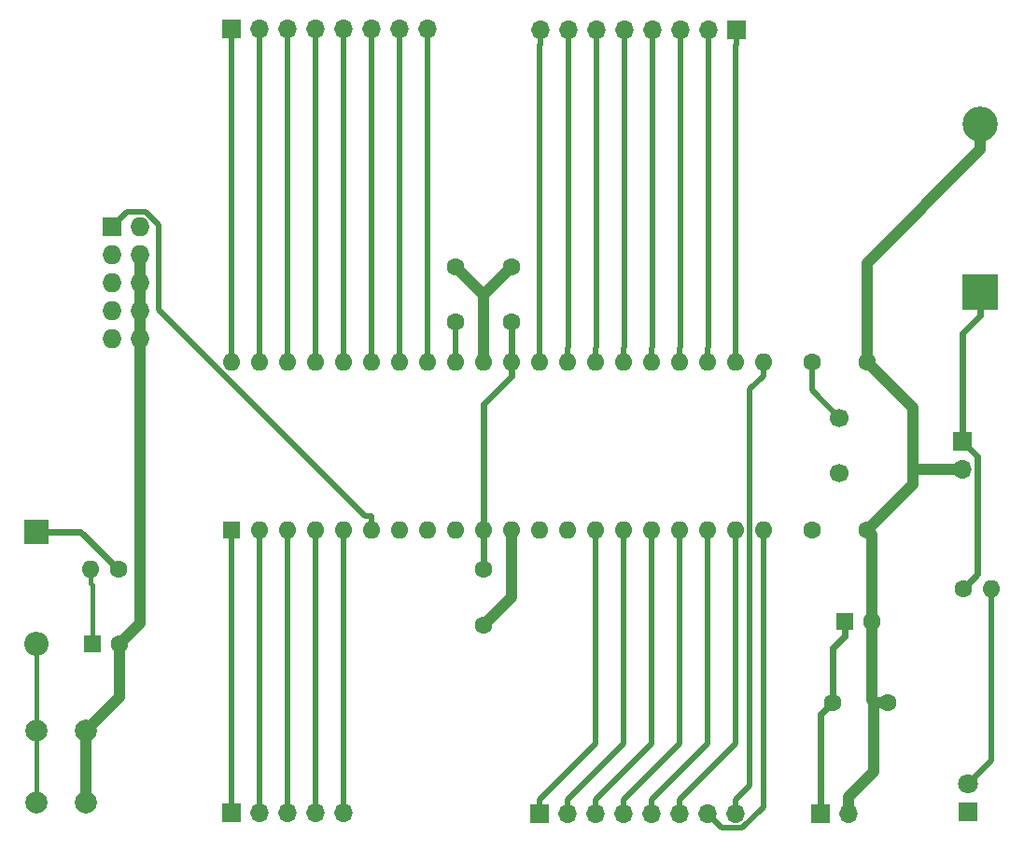
<source format=gbr>
%TF.GenerationSoftware,KiCad,Pcbnew,5.1.6-c6e7f7d~86~ubuntu18.04.1*%
%TF.CreationDate,2020-05-25T18:46:22+02:00*%
%TF.ProjectId,avr_dev_board_atmega16,6176725f-6465-4765-9f62-6f6172645f61,1_0*%
%TF.SameCoordinates,PX2652348PY7832370*%
%TF.FileFunction,Copper,L2,Bot*%
%TF.FilePolarity,Positive*%
%FSLAX46Y46*%
G04 Gerber Fmt 4.6, Leading zero omitted, Abs format (unit mm)*
G04 Created by KiCad (PCBNEW 5.1.6-c6e7f7d~86~ubuntu18.04.1) date 2020-05-25 18:46:22*
%MOMM*%
%LPD*%
G01*
G04 APERTURE LIST*
%TA.AperFunction,ComponentPad*%
%ADD10C,1.700000*%
%TD*%
%TA.AperFunction,ComponentPad*%
%ADD11C,1.600000*%
%TD*%
%TA.AperFunction,ComponentPad*%
%ADD12O,1.727200X1.727200*%
%TD*%
%TA.AperFunction,ComponentPad*%
%ADD13R,1.727200X1.727200*%
%TD*%
%TA.AperFunction,ComponentPad*%
%ADD14O,1.700000X1.700000*%
%TD*%
%TA.AperFunction,ComponentPad*%
%ADD15R,1.700000X1.700000*%
%TD*%
%TA.AperFunction,ComponentPad*%
%ADD16C,2.000000*%
%TD*%
%TA.AperFunction,ComponentPad*%
%ADD17R,1.600000X1.600000*%
%TD*%
%TA.AperFunction,ComponentPad*%
%ADD18O,2.200000X2.200000*%
%TD*%
%TA.AperFunction,ComponentPad*%
%ADD19R,2.200000X2.200000*%
%TD*%
%TA.AperFunction,ComponentPad*%
%ADD20O,3.200000X3.200000*%
%TD*%
%TA.AperFunction,ComponentPad*%
%ADD21R,3.200000X3.200000*%
%TD*%
%TA.AperFunction,ComponentPad*%
%ADD22C,1.800000*%
%TD*%
%TA.AperFunction,ComponentPad*%
%ADD23R,1.800000X1.800000*%
%TD*%
%TA.AperFunction,ComponentPad*%
%ADD24O,1.600000X1.600000*%
%TD*%
%TA.AperFunction,Conductor*%
%ADD25C,0.400000*%
%TD*%
%TA.AperFunction,Conductor*%
%ADD26C,1.000000*%
%TD*%
%TA.AperFunction,Conductor*%
%ADD27C,0.500000*%
%TD*%
%TA.AperFunction,Conductor*%
%ADD28C,0.600000*%
%TD*%
G04 APERTURE END LIST*
D10*
%TO.P,Y1,2*%
%TO.N,Net-(C8-Pad1)*%
X78433400Y39870200D03*
%TO.P,Y1,1*%
%TO.N,Net-(C7-Pad1)*%
X78433400Y34870200D03*
%TD*%
D11*
%TO.P,C8,2*%
%TO.N,GND*%
X80933400Y44940200D03*
%TO.P,C8,1*%
%TO.N,Net-(C8-Pad1)*%
X75933400Y44940200D03*
%TD*%
%TO.P,C7,2*%
%TO.N,GND*%
X80933400Y29700200D03*
%TO.P,C7,1*%
%TO.N,Net-(C7-Pad1)*%
X75933400Y29700200D03*
%TD*%
D12*
%TO.P,J1,10*%
%TO.N,GND*%
X15011600Y47040800D03*
%TO.P,J1,9*%
%TO.N,/MISO*%
X12471600Y47040800D03*
%TO.P,J1,8*%
%TO.N,GND*%
X15011600Y49580800D03*
%TO.P,J1,7*%
%TO.N,/SCK*%
X12471600Y49580800D03*
%TO.P,J1,6*%
%TO.N,GND*%
X15011600Y52120800D03*
%TO.P,J1,5*%
%TO.N,/RESET*%
X12471600Y52120800D03*
%TO.P,J1,4*%
%TO.N,GND*%
X15011600Y54660800D03*
%TO.P,J1,3*%
%TO.N,Net-(J1-Pad3)*%
X12471600Y54660800D03*
%TO.P,J1,2*%
%TO.N,+5V*%
X15011600Y57200800D03*
D13*
%TO.P,J1,1*%
%TO.N,/MOSI*%
X12471600Y57200800D03*
%TD*%
D14*
%TO.P,J6,2*%
%TO.N,GND*%
X79286400Y3959800D03*
D15*
%TO.P,J6,1*%
%TO.N,+5V*%
X76746400Y3959800D03*
%TD*%
D14*
%TO.P,J2,2*%
%TO.N,GND*%
X89612400Y35229800D03*
D15*
%TO.P,J2,1*%
%TO.N,+5V*%
X89612400Y37769800D03*
%TD*%
D14*
%TO.P,J7,8*%
%TO.N,/PD7*%
X69026300Y3959800D03*
%TO.P,J7,7*%
%TO.N,/PD6*%
X66486300Y3959800D03*
%TO.P,J7,6*%
%TO.N,/PD5*%
X63946300Y3959800D03*
%TO.P,J7,5*%
%TO.N,/PD4*%
X61406300Y3959800D03*
%TO.P,J7,4*%
%TO.N,/PD3*%
X58866300Y3959800D03*
%TO.P,J7,3*%
%TO.N,/PD2*%
X56326300Y3959800D03*
%TO.P,J7,2*%
%TO.N,/PD1*%
X53786300Y3959800D03*
D15*
%TO.P,J7,1*%
%TO.N,/PD0*%
X51246300Y3959800D03*
%TD*%
D14*
%TO.P,J4,8*%
%TO.N,/PC7*%
X51346400Y75079400D03*
%TO.P,J4,7*%
%TO.N,/PC6*%
X53886400Y75079400D03*
%TO.P,J4,6*%
%TO.N,/PC5*%
X56426400Y75079400D03*
%TO.P,J4,5*%
%TO.N,/PC4*%
X58966400Y75079400D03*
%TO.P,J4,4*%
%TO.N,/PC3*%
X61506400Y75079400D03*
%TO.P,J4,3*%
%TO.N,/PC2*%
X64046400Y75079400D03*
%TO.P,J4,2*%
%TO.N,/PC1*%
X66586400Y75079400D03*
D15*
%TO.P,J4,1*%
%TO.N,/PC0*%
X69126400Y75079400D03*
%TD*%
D14*
%TO.P,J3,8*%
%TO.N,/PA7*%
X41072000Y75129400D03*
%TO.P,J3,7*%
%TO.N,/PA6*%
X38532000Y75129400D03*
%TO.P,J3,6*%
%TO.N,/PA5*%
X35992000Y75129400D03*
%TO.P,J3,5*%
%TO.N,/PA4*%
X33452000Y75129400D03*
%TO.P,J3,4*%
%TO.N,/PA3*%
X30912000Y75129400D03*
%TO.P,J3,3*%
%TO.N,/PA2*%
X28372000Y75129400D03*
%TO.P,J3,2*%
%TO.N,/PA1*%
X25832000Y75129400D03*
D15*
%TO.P,J3,1*%
%TO.N,/PA0*%
X23292000Y75129400D03*
%TD*%
D14*
%TO.P,J5,5*%
%TO.N,/PB4*%
X33452000Y4009800D03*
%TO.P,J5,4*%
%TO.N,/PB3*%
X30912000Y4009800D03*
%TO.P,J5,3*%
%TO.N,/PB2*%
X28372000Y4009800D03*
%TO.P,J5,2*%
%TO.N,/PB1*%
X25832000Y4009800D03*
D15*
%TO.P,J5,1*%
%TO.N,/PB0*%
X23292000Y4009800D03*
%TD*%
D16*
%TO.P,SW1,1*%
%TO.N,GND*%
X10113600Y5005800D03*
%TO.P,SW1,2*%
%TO.N,/RESET*%
X5613600Y5005800D03*
%TO.P,SW1,1*%
%TO.N,GND*%
X10113600Y11505800D03*
%TO.P,SW1,2*%
%TO.N,/RESET*%
X5613600Y11505800D03*
%TD*%
D11*
%TO.P,C1,2*%
%TO.N,GND*%
X13168200Y19354800D03*
D17*
%TO.P,C1,1*%
%TO.N,/RESET*%
X10668200Y19354800D03*
%TD*%
D11*
%TO.P,C2,2*%
%TO.N,GND*%
X43612000Y53597800D03*
%TO.P,C2,1*%
%TO.N,Net-(C2-Pad1)*%
X43612000Y48597800D03*
%TD*%
%TO.P,C3,2*%
%TO.N,GND*%
X46152000Y21098000D03*
%TO.P,C3,1*%
%TO.N,+5V*%
X46152000Y26098000D03*
%TD*%
%TO.P,C4,2*%
%TO.N,+5V*%
X48692000Y48597800D03*
%TO.P,C4,1*%
%TO.N,GND*%
X48692000Y53597800D03*
%TD*%
%TO.P,C5,2*%
%TO.N,GND*%
X81383400Y21383800D03*
D17*
%TO.P,C5,1*%
%TO.N,+5V*%
X78883400Y21383800D03*
%TD*%
D11*
%TO.P,C6,2*%
%TO.N,GND*%
X82790400Y14045800D03*
%TO.P,C6,1*%
%TO.N,+5V*%
X77790400Y14045800D03*
%TD*%
D18*
%TO.P,D1,2*%
%TO.N,/RESET*%
X5613600Y19354800D03*
D19*
%TO.P,D1,1*%
%TO.N,+5V*%
X5613600Y29514800D03*
%TD*%
D20*
%TO.P,D2,2*%
%TO.N,GND*%
X91211400Y66522600D03*
D21*
%TO.P,D2,1*%
%TO.N,+5V*%
X91211400Y51282600D03*
%TD*%
D22*
%TO.P,D3,2*%
%TO.N,Net-(D3-Pad2)*%
X90062400Y6680800D03*
D23*
%TO.P,D3,1*%
%TO.N,GND*%
X90062400Y4140800D03*
%TD*%
D24*
%TO.P,R1,2*%
%TO.N,/RESET*%
X10490400Y26098500D03*
D11*
%TO.P,R1,1*%
%TO.N,+5V*%
X13030400Y26098500D03*
%TD*%
D24*
%TO.P,R2,2*%
%TO.N,Net-(D3-Pad2)*%
X92202400Y24383800D03*
D11*
%TO.P,R2,1*%
%TO.N,+5V*%
X89662400Y24383800D03*
%TD*%
D24*
%TO.P,U1,40*%
%TO.N,/PA0*%
X23292000Y44940200D03*
%TO.P,U1,20*%
%TO.N,/PD6*%
X71552000Y29700200D03*
%TO.P,U1,39*%
%TO.N,/PA1*%
X25832000Y44940200D03*
%TO.P,U1,19*%
%TO.N,/PD5*%
X69012000Y29700200D03*
%TO.P,U1,38*%
%TO.N,/PA2*%
X28372000Y44940200D03*
%TO.P,U1,18*%
%TO.N,/PD4*%
X66472000Y29700200D03*
%TO.P,U1,37*%
%TO.N,/PA3*%
X30912000Y44940200D03*
%TO.P,U1,17*%
%TO.N,/PD3*%
X63932000Y29700200D03*
%TO.P,U1,36*%
%TO.N,/PA4*%
X33452000Y44940200D03*
%TO.P,U1,16*%
%TO.N,/PD2*%
X61392000Y29700200D03*
%TO.P,U1,35*%
%TO.N,/PA5*%
X35992000Y44940200D03*
%TO.P,U1,15*%
%TO.N,/PD1*%
X58852000Y29700200D03*
%TO.P,U1,34*%
%TO.N,/PA6*%
X38532000Y44940200D03*
%TO.P,U1,14*%
%TO.N,/PD0*%
X56312000Y29700200D03*
%TO.P,U1,33*%
%TO.N,/PA7*%
X41072000Y44940200D03*
%TO.P,U1,13*%
%TO.N,Net-(C7-Pad1)*%
X53772000Y29700200D03*
%TO.P,U1,32*%
%TO.N,Net-(C2-Pad1)*%
X43612000Y44940200D03*
%TO.P,U1,12*%
%TO.N,Net-(C8-Pad1)*%
X51232000Y29700200D03*
%TO.P,U1,31*%
%TO.N,GND*%
X46152000Y44940200D03*
%TO.P,U1,11*%
X48692000Y29700200D03*
%TO.P,U1,30*%
%TO.N,+5V*%
X48692000Y44940200D03*
%TO.P,U1,10*%
X46152000Y29700200D03*
%TO.P,U1,29*%
%TO.N,/PC7*%
X51232000Y44940200D03*
%TO.P,U1,9*%
%TO.N,/RESET*%
X43612000Y29700200D03*
%TO.P,U1,28*%
%TO.N,/PC6*%
X53772000Y44940200D03*
%TO.P,U1,8*%
%TO.N,/SCK*%
X41072000Y29700200D03*
%TO.P,U1,27*%
%TO.N,/PC5*%
X56312000Y44940200D03*
%TO.P,U1,7*%
%TO.N,/MISO*%
X38532000Y29700200D03*
%TO.P,U1,26*%
%TO.N,/PC4*%
X58852000Y44940200D03*
%TO.P,U1,6*%
%TO.N,/MOSI*%
X35992000Y29700200D03*
%TO.P,U1,25*%
%TO.N,/PC3*%
X61392000Y44940200D03*
%TO.P,U1,5*%
%TO.N,/PB4*%
X33452000Y29700200D03*
%TO.P,U1,24*%
%TO.N,/PC2*%
X63932000Y44940200D03*
%TO.P,U1,4*%
%TO.N,/PB3*%
X30912000Y29700200D03*
%TO.P,U1,23*%
%TO.N,/PC1*%
X66472000Y44940200D03*
%TO.P,U1,3*%
%TO.N,/PB2*%
X28372000Y29700200D03*
%TO.P,U1,22*%
%TO.N,/PC0*%
X69012000Y44940200D03*
%TO.P,U1,2*%
%TO.N,/PB1*%
X25832000Y29700200D03*
%TO.P,U1,21*%
%TO.N,/PD7*%
X71552000Y44940200D03*
D17*
%TO.P,U1,1*%
%TO.N,/PB0*%
X23292000Y29700200D03*
%TD*%
D25*
%TO.N,/RESET*%
X10490400Y26098500D02*
X10490400Y24898200D01*
X10490400Y24898200D02*
X10668200Y24720400D01*
X10668200Y24720400D02*
X10668200Y19354800D01*
X5613600Y11505800D02*
X5613600Y5005800D01*
X5613600Y19354800D02*
X5613600Y11505800D01*
D26*
%TO.N,GND*%
X80933400Y29700200D02*
X85072300Y33839100D01*
X85072300Y33839100D02*
X85072300Y35229800D01*
X85072300Y35229800D02*
X85072300Y40801300D01*
X85072300Y40801300D02*
X80933400Y44940200D01*
X85072300Y35229800D02*
X88062100Y35229800D01*
X81383400Y21383800D02*
X81383400Y29250200D01*
X81383400Y29250200D02*
X80933400Y29700200D01*
X89612400Y35229800D02*
X88062100Y35229800D01*
X46152000Y51057800D02*
X48692000Y53597800D01*
X46152000Y44940200D02*
X46152000Y51057800D01*
X46152000Y51057800D02*
X43612000Y53597800D01*
X13168200Y19354800D02*
X13168200Y14560400D01*
X13168200Y14560400D02*
X10113600Y11505800D01*
X15011600Y45476900D02*
X15011600Y21198200D01*
X15011600Y21198200D02*
X13168200Y19354800D01*
X15011600Y47040800D02*
X15011600Y45476900D01*
X15011600Y49580800D02*
X15011600Y47040800D01*
X15011600Y52120800D02*
X15011600Y49580800D01*
X15011600Y54660800D02*
X15011600Y52120800D01*
X81579700Y14045800D02*
X81383400Y14242100D01*
X81383400Y14242100D02*
X81383400Y21383800D01*
X10113600Y11505800D02*
X10113600Y5005800D01*
X81579700Y14045800D02*
X81579700Y7803400D01*
X81579700Y7803400D02*
X79286400Y5510100D01*
X81579700Y14045800D02*
X82790400Y14045800D01*
X79286400Y3959800D02*
X79286400Y5510100D01*
X91211400Y66522600D02*
X91211400Y64222300D01*
X91211400Y64222300D02*
X80933400Y53944300D01*
X80933400Y53944300D02*
X80933400Y44940200D01*
X48692000Y29700200D02*
X48692000Y23638000D01*
X48692000Y23638000D02*
X46152000Y21098000D01*
D27*
%TO.N,Net-(C2-Pad1)*%
X43612000Y44940200D02*
X43612000Y48597800D01*
D28*
%TO.N,+5V*%
X89662400Y24383800D02*
X90988900Y25710300D01*
X90988900Y25710300D02*
X90988900Y36393300D01*
X90988900Y36393300D02*
X89612400Y37769800D01*
X91211400Y51282600D02*
X91211400Y49182300D01*
X91211400Y49182300D02*
X89612400Y47583300D01*
X89612400Y47583300D02*
X89612400Y37769800D01*
X78883400Y21383800D02*
X78883400Y20083500D01*
X78883400Y20083500D02*
X77790400Y18990500D01*
X77790400Y18990500D02*
X77790400Y14045800D01*
X48692000Y44940200D02*
X48692000Y43639900D01*
X48692000Y43639900D02*
X46152000Y41099900D01*
X46152000Y41099900D02*
X46152000Y29700200D01*
X48692000Y48597800D02*
X48692000Y44940200D01*
X77790400Y14045800D02*
X76746400Y13001800D01*
X76746400Y13001800D02*
X76746400Y3959800D01*
X13030400Y26098500D02*
X9614100Y29514800D01*
X9614100Y29514800D02*
X5613600Y29514800D01*
X46152000Y29700200D02*
X46152000Y26098000D01*
D27*
%TO.N,Net-(D3-Pad2)*%
X92202400Y24383800D02*
X92202400Y8820800D01*
X92202400Y8820800D02*
X90062400Y6680800D01*
%TO.N,/MOSI*%
X35992000Y29700200D02*
X35992000Y30950500D01*
X35992000Y30950500D02*
X35445000Y30950500D01*
X35445000Y30950500D02*
X16723000Y49672500D01*
X16723000Y49672500D02*
X16723000Y57361900D01*
X16723000Y57361900D02*
X15510100Y58574800D01*
X15510100Y58574800D02*
X13845600Y58574800D01*
X13845600Y58574800D02*
X12471600Y57200800D01*
%TO.N,/PA7*%
X41072000Y44940200D02*
X41072000Y75129400D01*
%TO.N,/PA6*%
X38532000Y44940200D02*
X38532000Y75129400D01*
%TO.N,/PA5*%
X35992000Y44940200D02*
X35992000Y75129400D01*
%TO.N,/PA4*%
X33452000Y44940200D02*
X33452000Y75129400D01*
%TO.N,/PA3*%
X30912000Y44940200D02*
X30912000Y75129400D01*
%TO.N,/PA2*%
X28372000Y44940200D02*
X28372000Y75129400D01*
%TO.N,/PA1*%
X25832000Y44940200D02*
X25832000Y75129400D01*
%TO.N,/PA0*%
X23292000Y44940200D02*
X23292000Y75129400D01*
%TO.N,/PC0*%
X69126400Y75079400D02*
X69126400Y73779100D01*
X69012000Y44940200D02*
X69012000Y73664700D01*
X69012000Y73664700D02*
X69126400Y73779100D01*
%TO.N,/PC1*%
X66472000Y44940200D02*
X66472000Y46190500D01*
X66472000Y46190500D02*
X66586400Y46304900D01*
X66586400Y46304900D02*
X66586400Y75079400D01*
%TO.N,/PC2*%
X63932000Y44940200D02*
X63932000Y46190500D01*
X63932000Y46190500D02*
X64046400Y46304900D01*
X64046400Y46304900D02*
X64046400Y75079400D01*
%TO.N,/PC3*%
X61392000Y44940200D02*
X61392000Y46190500D01*
X61392000Y46190500D02*
X61506400Y46304900D01*
X61506400Y46304900D02*
X61506400Y75079400D01*
%TO.N,/PC4*%
X58852000Y44940200D02*
X58852000Y46190500D01*
X58852000Y46190500D02*
X58966400Y46304900D01*
X58966400Y46304900D02*
X58966400Y75079400D01*
%TO.N,/PC5*%
X56312000Y44940200D02*
X56312000Y46190500D01*
X56312000Y46190500D02*
X56426400Y46304900D01*
X56426400Y46304900D02*
X56426400Y75079400D01*
%TO.N,/PC6*%
X53772000Y44940200D02*
X53772000Y46190500D01*
X53772000Y46190500D02*
X53886400Y46304900D01*
X53886400Y46304900D02*
X53886400Y75079400D01*
%TO.N,/PC7*%
X51346400Y75079400D02*
X51346400Y73779100D01*
X51232000Y44940200D02*
X51232000Y73664700D01*
X51232000Y73664700D02*
X51346400Y73779100D01*
%TO.N,/PB4*%
X33452000Y29700200D02*
X33452000Y4009800D01*
%TO.N,/PB3*%
X30912000Y29700200D02*
X30912000Y4009800D01*
%TO.N,/PB2*%
X28372000Y29700200D02*
X28372000Y4009800D01*
%TO.N,/PB1*%
X25832000Y29700200D02*
X25832000Y4009800D01*
%TO.N,/PB0*%
X23292000Y29700200D02*
X23292000Y4009800D01*
%TO.N,/PD0*%
X56312000Y29700200D02*
X56312000Y10325800D01*
X56312000Y10325800D02*
X51246300Y5260100D01*
X51246300Y3959800D02*
X51246300Y5260100D01*
%TO.N,/PD1*%
X58852000Y29700200D02*
X58852000Y10325800D01*
X58852000Y10325800D02*
X53786300Y5260100D01*
X53786300Y3959800D02*
X53786300Y5260100D01*
%TO.N,/PD2*%
X61392000Y29700200D02*
X61392000Y10325800D01*
X61392000Y10325800D02*
X56326300Y5260100D01*
X56326300Y3959800D02*
X56326300Y5260100D01*
%TO.N,/PD3*%
X63932000Y29700200D02*
X63932000Y10325800D01*
X63932000Y10325800D02*
X58866300Y5260100D01*
X58866300Y3959800D02*
X58866300Y5260100D01*
%TO.N,/PD4*%
X66472000Y29700200D02*
X66472000Y10325800D01*
X66472000Y10325800D02*
X61406300Y5260100D01*
X61406300Y3959800D02*
X61406300Y5260100D01*
%TO.N,/PD5*%
X63946300Y3959800D02*
X63946300Y5260100D01*
X69012000Y29700200D02*
X69012000Y10325800D01*
X69012000Y10325800D02*
X63946300Y5260100D01*
%TO.N,/PD6*%
X71552000Y29700200D02*
X71552000Y4584300D01*
X71552000Y4584300D02*
X69625600Y2657900D01*
X69625600Y2657900D02*
X67788200Y2657900D01*
X67788200Y2657900D02*
X66486300Y3959800D01*
%TO.N,/PD7*%
X69026300Y3959800D02*
X69026300Y5260100D01*
X71552000Y44940200D02*
X71552000Y43689900D01*
X71552000Y43689900D02*
X70301700Y42439600D01*
X70301700Y42439600D02*
X70301700Y6535500D01*
X70301700Y6535500D02*
X69026300Y5260100D01*
%TO.N,Net-(C8-Pad1)*%
X75933400Y44940200D02*
X75933400Y42370200D01*
X75933400Y42370200D02*
X78433400Y39870200D01*
%TD*%
M02*

</source>
